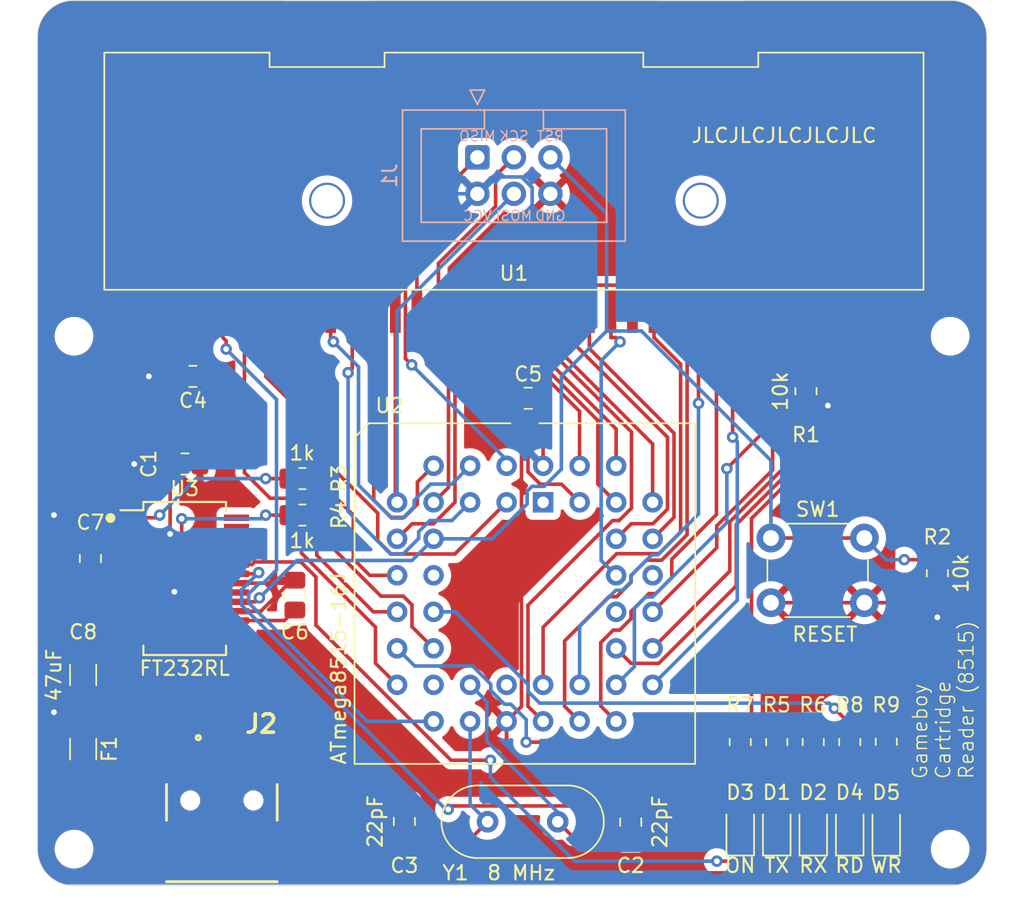
<source format=kicad_pcb>
(kicad_pcb (version 20221018) (generator pcbnew)
  (layers (0 "F.Cu" signal) (31 "B.Cu" signal) (34 "B.Paste" user) (35 "F.Paste" user) (36 "B.SilkS" user "B.Silkscreen") (37 "F.SilkS" user "F.Silkscreen") (38 "B.Mask" user) (39 "F.Mask" user) (44 "Edge.Cuts" user))
  (net 0 "")
  (net 1 "GND")
  (net 2 "Net-(U2-XTAL1)")
  (net 3 "VCC")
  (net 4 "Net-(U2-XTAL2)")
  (net 5 "USB+")
  (net 6 "USB-")
  (net 7 "RESET")
  (net 8 "Net-(U3-3V3OUT)")
  (net 9 "Net-(D1-A)")
  (net 10 "RST")
  (net 11 "Net-(D1-K)")
  (net 12 "A12")
  (net 13 "A13")
  (net 14 "A14")
  (net 15 "A15")
  (net 16 "AUDIO")
  (net 17 "D7")
  (net 18 "D6")
  (net 19 "D5")
  (net 20 "D4")
  (net 21 "D3")
  (net 22 "D2")
  (net 23 "D1")
  (net 24 "D0")
  (net 25 "WR")
  (net 26 "RD")
  (net 27 "SRAM")
  (net 28 "A11")
  (net 29 "A10")
  (net 30 "A9")
  (net 31 "A8")
  (net 32 "A4")
  (net 33 "A3")
  (net 34 "A2")
  (net 35 "A1")
  (net 36 "A0")
  (net 37 "AVR_RX")
  (net 38 "AVR_TX")
  (net 39 "Net-(D2-A)")
  (net 40 "Net-(D2-K)")
  (net 41 "A5_MOSI")
  (net 42 "A7_SCK")
  (net 43 "A6_MISO")
  (net 44 "Net-(D3-A)")
  (net 45 "Net-(J2-VBUS)")
  (net 48 "Net-(U3-TXD)")
  (net 49 "Net-(U3-RXD)")
  (net 67 "Net-(D4-A)")
  (net 68 "Net-(D5-A)")
  (net 69 "LED_RD")
  (net 70 "LED_WR")
  (footprint "Capacitor_SMD:C_0805_2012Metric_Pad1.18x1.45mm_HandSolder" (layer "F.Cu") (at 40.1105 53.848 180)
    (fp_text reference "C1")
    (fp_text value "0.1uF")
  )
  (footprint "Capacitor_SMD:C_0805_2012Metric_Pad1.18x1.45mm_HandSolder" (layer "F.Cu") (at 71.12 78.7615 -90)
    (fp_text reference "C2")
    (fp_text value "22pF")
  )
  (footprint "Capacitor_SMD:C_0805_2012Metric_Pad1.18x1.45mm_HandSolder" (layer "F.Cu") (at 55.372 78.7185 -90)
    (fp_text reference "C3")
    (fp_text value "22pF")
  )
  (footprint "Capacitor_SMD:C_0805_2012Metric_Pad1.18x1.45mm_HandSolder" (layer "F.Cu") (at 63.9865 49.276)
    (fp_text reference "C5")
    (fp_text value "0.1uF")
  )
  (footprint "Capacitor_SMD:C_0805_2012Metric_Pad1.18x1.45mm_HandSolder" (layer "F.Cu") (at 47.752 62.9705 -90)
    (fp_text reference "C6")
    (fp_text value "0.1uF")
  )
  (footprint "Capacitor_SMD:C_0805_2012Metric_Pad1.18x1.45mm_HandSolder" (layer "F.Cu") (at 33.528 60.4305 -90)
    (fp_text reference "C7")
    (fp_text value "0.1uF")
  )
  (footprint "Capacitor_SMD:C_1206_3216Metric" (layer "F.Cu") (at 33.02 68.531 90)
    (fp_text reference "C8")
    (fp_text value "47uF")
  )
  (footprint "Resistor_SMD:R_1206_3216Metric_Pad1.30x1.75mm_HandSolder" (layer "F.Cu") (at 33.02 73.686 -90)
    (fp_text reference "F1")
    (fp_text value "Fuse")
  )
  (footprint "MountingHole:MountingHole_2.2mm_M2" (layer "F.Cu") (at 93.345 44.958)
    (fp_text reference "H2")
    (fp_text value "MountingHole")
  )
  (footprint "MountingHole:MountingHole_2.2mm_M2" (layer "F.Cu") (at 32.385 80.645)
    (fp_text reference "H3")
    (fp_text value "MountingHole")
  )
  (footprint "MountingHole:MountingHole_2.2mm_M2" (layer "F.Cu") (at 32.385 44.958)
    (fp_text reference "H4")
    (fp_text value "MountingHole")
  )
  (footprint "components:65100516121" (layer "F.Cu") (at 42.672 73.66)
    (fp_text reference "J2")
    (fp_text value "USB_B_Mini" hide)
  )
  (footprint "Resistor_SMD:R_0805_2012Metric_Pad1.20x1.40mm_HandSolder" (layer "F.Cu") (at 92.456 61.452 90)
    (fp_text reference "R2")
    (fp_text value "10k")
  )
  (footprint "Resistor_SMD:R_0805_2012Metric_Pad1.20x1.40mm_HandSolder" (layer "F.Cu") (at 83.312 48.784 90)
    (fp_text reference "R1")
    (fp_text value "10k")
  )
  (footprint "Resistor_SMD:R_0805_2012Metric_Pad1.20x1.40mm_HandSolder" (layer "F.Cu") (at 48.276 54.864 180)
    (fp_text reference "R3")
    (fp_text value "1k")
  )
  (footprint "Resistor_SMD:R_0805_2012Metric_Pad1.20x1.40mm_HandSolder" (layer "F.Cu") (at 48.276 57.404 180)
    (fp_text reference "R4")
    (fp_text value "1k")
  )
  (footprint "Resistor_SMD:R_0805_2012Metric_Pad1.20x1.40mm_HandSolder" (layer "F.Cu") (at 81.28 73.2 -90)
    (fp_text reference "R5")
    (fp_text value "180")
  )
  (footprint "Resistor_SMD:R_0805_2012Metric_Pad1.20x1.40mm_HandSolder" (layer "F.Cu") (at 83.82 73.2 -90)
    (fp_text reference "R6")
    (fp_text value "180")
  )
  (footprint "Button_Switch_THT:SW_PUSH_6mm" (layer "F.Cu") (at 80.876 59)
    (fp_text reference "SW1")
    (fp_text value "RESET")
  )
  (footprint "Package_SO:SSOP-28_5.3x10.2mm_P0.65mm" (layer "F.Cu") (at 40.088 61.815)
    (fp_text reference "U3")
    (fp_text value "FT232RL")
  )
  (footprint "LED_SMD:LED_0805_2012Metric_Pad1.15x1.40mm_HandSolder" (layer "F.Cu") (at 81.28 79.23 90)
    (fp_text reference "D1")
    (fp_text value "TX")
  )
  (footprint "LED_SMD:LED_0805_2012Metric_Pad1.15x1.40mm_HandSolder" (layer "F.Cu") (at 83.82 79.23 90)
    (fp_text reference "D2")
    (fp_text value "RX")
  )
  (footprint "MountingHole:MountingHole_2.2mm_M2" (layer "F.Cu") (at 93.345 80.645)
    (fp_text reference "H1")
    (fp_text value "MountingHole")
  )
  (footprint "Capacitor_SMD:C_0805_2012Metric_Pad1.18x1.45mm_HandSolder" (layer "F.Cu") (at 40.6615 47.752 180)
    (fp_text reference "C4")
    (fp_text value "0.1uF")
  )
  (footprint "LED_SMD:LED_0805_2012Metric_Pad1.15x1.40mm_HandSolder" (layer "F.Cu") (at 78.74 79.23 90)
    (fp_text reference "D3")
    (fp_text value "ON")
  )
  (footprint "Resistor_SMD:R_0805_2012Metric_Pad1.20x1.40mm_HandSolder" (layer "F.Cu") (at 78.74 73.2 -90)
    (fp_text reference "R7")
    (fp_text value "560")
  )
  (footprint "Crystal:Crystal_HC49-U_Vertical" (layer "F.Cu") (at 61.16 78.74)
    (fp_text reference "Y1")
    (fp_text value "8 MHz")
  )
  (footprint "Package_LCC:PLCC-44_THT-Socket" (layer "F.Cu") (at 65.024 56.515)
    (fp_text reference "U2")
    (fp_text value "ATmega8515-16J")
  )
  (footprint "Resistor_SMD:R_0805_2012Metric_Pad1.20x1.40mm_HandSolder" (layer "F.Cu") (at 86.36 73.2 -90)
    (fp_text reference "R8")
    (fp_text value "180")
  )
  (footprint "gameboy_cartridge_holders:GBA" (layer "F.Cu") (at 62.992 33.528 180)
    (fp_text reference "U1")
    (fp_text value "GameboyCartridgeHolder")
  )
  (footprint "LED_SMD:LED_0805_2012Metric_Pad1.15x1.40mm_HandSolder" (layer "F.Cu") (at 88.9 79.239 90)
    (fp_text reference "D5")
    (fp_text value "WR")
  )
  (footprint "LED_SMD:LED_0805_2012Metric_Pad1.15x1.40mm_HandSolder" (layer "F.Cu") (at 86.36 79.23 90)
    (fp_text reference "D4")
    (fp_text value "RD")
  )
  (footprint "Resistor_SMD:R_0805_2012Metric_Pad1.20x1.40mm_HandSolder" (layer "F.Cu") (at 88.9 73.168 -90)
    (fp_text reference "R9")
    (fp_text value "180")
  )
  (footprint "Connector_IDC:IDC-Header_2x03_P2.54mm_Vertical" (layer "B.Cu") (at 60.452 32.512 -90)
    (fp_text reference "J1")
    (fp_text value "AVR-ISP-6")
  )
  (gr_circle (center 34.925 57.6072) (end 35.208981 57.6072) (stroke (width 0.12)) (fill solid) (layer "F.SilkS"))
  (gr_line (start 32.385 83.185) (end 93.345 83.185) (stroke (width 0.05)) (layer "Edge.Cuts"))
  (gr_line (start 95.885 80.645) (end 95.885 24.765) (stroke (width 0.05)) (layer "Edge.Cuts"))
  (gr_line (start 93.345 21.59) (end 32.385 21.59) (stroke (width 0.05)) (layer "Edge.Cuts"))
  (gr_line (start 29.845 24.13) (end 29.845 80.01) (stroke (width 0.05)) (layer "Edge.Cuts"))
  (gr_line (start 29.845 80.645) (end 29.845 80.01) (stroke (width 0.05)) (layer "Edge.Cuts"))
  (gr_line (start 95.885 24.765) (end 95.885 24.13) (stroke (width 0.05)) (layer "Edge.Cuts"))
  (gr_arc (start 93.345 21.59) (mid 95.141051 22.333949) (end 95.885 24.13) (stroke (width 0.05)) (layer "Edge.Cuts"))
  (gr_arc (start 95.885 80.645) (mid 95.141051 82.441051) (end 93.345 83.185) (stroke (width 0.05)) (layer "Edge.Cuts"))
  (gr_arc (start 29.845 24.13) (mid 30.588949 22.333949) (end 32.385 21.59) (stroke (width 0.05)) (layer "Edge.Cuts"))
  (gr_arc (start 32.385 83.185) (mid 30.588949 82.441051) (end 29.845 80.645) (stroke (width 0.05)) (layer "Edge.Cuts"))
  (gr_text "VCC" (at 60.452 36.9824) (layer "B.SilkS") (effects (font (size 0.7 0.7) (thickness 0.1)) (justify bottom mirror)))
  (gr_text "RST" (at 65.532 31.4452) (layer "B.SilkS") (effects (font (size 0.7 0.7) (thickness 0.1)) (justify bottom mirror)))
  (gr_text "GND" (at 65.532 36.9824) (layer "B.SilkS") (effects (font (size 0.7 0.7) (thickness 0.1)) (justify bottom mirror)))
  (gr_text "MISO" (at 60.452 31.4452) (layer "B.SilkS") (effects (font (size 0.7 0.7) (thickness 0.1)) (justify bottom mirror)))
  (gr_text "SCK" (at 62.992 31.4452) (layer "B.SilkS") (effects (font (size 0.7 0.7) (thickness 0.1)) (justify bottom mirror)))
  (gr_text "MOSI" (at 62.992 36.9824) (layer "B.SilkS") (effects (font (size 0.7 0.7) (thickness 0.1)) (justify bottom mirror)))
  (gr_text "Gameboy\nCartridge\nReader (8515)" (at 92.8624 75.8444 90) (layer "F.SilkS") (effects (font (size 1 1) (thickness 0.1)) (justify left)))
  (gr_text "JLCJLCJLCJLCJLC" (at 81.788 30.988) (layer "F.SilkS") (effects (font (size 1 1))))
  (segment (start 41.699 45.763) (end 41.699 47.752) (width 0.25) (layer "F.Cu") (net 1))
  (segment (start 55.372 77.681) (end 55.372 76.708) (width 0.25) (layer "F.Cu") (net 1))
  (segment (start 35.56 39.116) (end 35.56 51.308) (width 0.25) (layer "F.Cu") (net 1))
  (segment (start 39.116 77.724) (end 41.148 79.756) (width 0.25) (layer "F.Cu") (net 1))
  (segment (start 47.541 61.933) (end 47.752 61.933) (width 0.25) (layer "F.Cu") (net 1))
  (segment (start 33.02 61.468) (end 33.528 61.468) (width 0.25) (layer "F.Cu") (net 1))
  (segment (start 63.5202 49.8472) (end 63.5202 70.7188) (width 0.25) (layer "F.Cu") (net 1))
  (segment (start 41.364 58.89) (end 41.148 58.674) (width 0.25) (layer "F.Cu") (net 1))
  (segment (start 41.242 33.434) (end 41.242 43.228) (width 0.25) (layer "F.Cu") (net 1))
  (segment (start 76.7678 80.255) (end 78.74 80.255) (width 0.25) (layer "F.Cu") (net 1))
  (segment (start 85.5472 82.296) (end 85.852 82.296) (width 0.25) (layer "F.Cu") (net 1))
  (segment (start 41.148 61.3904) (end 37.7879 61.3904) (width 0.25) (layer "F.Cu") (net 1))
  (segment (start 41.148 61.468) (end 41.82 62.14) (width 0.25) (layer "F.Cu") (net 1))
  (segment (start 41.148 58.674) (end 41.148 59.436) (width 0.25) (layer "F.Cu") (net 1))
  (segment (start 89.408 63.5) (end 89.408 50.8) (width 0.25) (layer "F.Cu") (net 1))
  (segment (start 90.424 77.216) (end 92.964 74.676) (width 0.25) (layer "F.Cu") (net 1))
  (segment (start 54.356 25.908) (end 53.34 26.924) (width 0.25) (layer "F.Cu") (net 1))
  (segment (start 55.372 76.708) (end 55.88 76.2) (width 0.25) (layer "F.Cu") (net 1))
  (segment (start 82.296 24.892) (end 79.248 27.94) (width 0.25) (layer "F.Cu") (net 1))
  (segment (start 44.272 76.16) (end 44.272 74.66) (width 0.25) (layer "F.Cu") (net 1))
  (segment (start 62.484 75.692) (end 62.484 74.676) (width 0.25) (layer "F.Cu") (net 1))
  (segment (start 62.484 74.676) (end 62.484 71.755) (width 0.25) (layer "F.Cu") (net 1))
  (segment (start 43.688 79.756) (end 43.688 76.744) (width 0.25) (layer "F.Cu") (net 1))
  (segment (start 50.757 77.681) (end 55.372 77.681) (width 0.25) (layer "F.Cu") (net 1))
  (segment (start 74.7268 82.296) (end 76.7678 80.255) (width 0.25) (layer "F.Cu") (net 1))
  (segment (start 68.58 25.908) (end 68.58 32.004) (width 0.25) (layer "F.Cu") (net 1))
  (segment (start 49.276 76.2) (end 50.757 77.681) (width 0.25) (layer "F.Cu") (net 1))
  (segment (start 33.528 61.468) (end 36.466 61.468) (width 0.25) (layer "F.Cu") (net 1))
  (segment (start 41.148 59.436) (end 41.148 61.3904) (width 0.25) (layer "F.Cu") (net 1))
  (segment (start 92.456 24.892) (end 82.296 24.892) (width 0.25) (layer "F.Cu") (net 1))
  (segment (start 30.263 58.711) (end 30.263 64.299) (width 0.25) (layer "F.Cu") (net 1))
  (segment (start 85.852 82.296) (end 86.36 81.788) (width 0.25) (layer "F.Cu") (net 1))
  (segment (start 43.688 59.54) (end 41.252 59.54) (width 0.25) (layer "F.Cu") (net 1))
  (segment (start 43.688 58.89) (end 41.364 58.89) (width 0.25) (layer "F.Cu") (net 1))
  (segment (start 92.964 74.676) (end 92.964 67.056) (width 0.25) (layer "F.Cu") (net 1))
  (segment (start 36.488 61.49) (end 37.6883 61.49) (width 0.25) (layer "F.Cu") (net 1))
  (segment (start 44.704 72.136) (end 48.26 72.136) (width 0.25) (layer "F.Cu") (net 1))
  (segment (start 73.152 27.94) (end 71.12 25.908) (width 0.25) (layer "F.Cu") (net 1))
  (segment (start 30.263 64.299) (end 30.263 74.967) (width 0.25) (layer "F.Cu") (net 1))
  (segment (start 70.104 76.708) (end 63.5 76.708) (width 0.25) (layer "F.Cu") (net 1))
  (segment (start 68.58 25.908) (end 54.356 25.908) (width 0.25) (layer "F.Cu") (net 1))
  (segment (start 90.424 81.28) (end 90.424 77.216) (width 0.25) (layer "F.Cu") (net 1))
  (segment (start 30.263 58.711) (end 33.02 61.468) (width 0.25) (layer "F.Cu") (net 1))
  (segment (start 30.263 64.299) (end 33.02 67.056) (width 0.25) (layer "F.Cu") (net 1))
  (segment (start 53.34 26.924) (end 47.752 26.924) (width 0.25) (layer "F.Cu") (net 1))
  (segment (start 41.148 61.3904) (end 41.148 61.468) (width 0.25) (layer "F.Cu") (net 1))
  (segment (start 41.242 45.306) (end 41.699 45.763) (width 0.25) (layer "F.Cu") (net 1))
  (segment (start 47.752 26.924) (end 41.242 33.434) (width 0.25) (layer "F.Cu") (net 1))
  (segment (start 37.084 77.724) (end 39.116 77.724) (width 0.25) (layer "F.Cu") (net 1))
  (segment (start 92.964 67.056) (end 89.408 63.5) (width 0.25) (layer "F.Cu") (net 1))
  (segment (start 41.252 59.54) (end 41.148 59.436) (width 0.25) (layer "F.Cu") (net 1))
  (segment (start 60.96 76.2) (end 62.484 74.676) (width 0.25) (layer "F.Cu") (net 1))
  (segment (start 47.752 61.933) (end 47.545 62.14) (width 0.25) (layer "F.Cu") (net 1))
  (segment (start 45.384 64.09) (end 47.541 61.933) (width 0.25) (layer "F.Cu") (net 1))
  (segment (start 63.5202 70.7188) (end 62.484 71.755) (width 0.25) (layer "F.Cu") (net 1))
  (segment (start 71.12 25.908) (end 68.58 25.908) (width 0.25) (layer "F.Cu") (net 1))
  (segment (start 71.12 77.724) (end 70.104 76.708) (width 0.25) (layer "F.Cu") (net 1))
  (segment (start 43.688 64.09) (end 45.384 64.09) (width 0.25) (layer "F.Cu") (net 1))
  (segment (start 30.263 74.967) (end 32.512 77.216) (width 0.25) (layer "F.Cu") (net 1))
  (segment (start 30.263 56.605) (end 30.263 58.711) (width 0.25) (layer "F.Cu") (net 1))
  (segment (start 36.576 77.216) (end 37.084 77.724) (width 0.25) (layer "F.Cu") (net 1))
  (segment (start 86.242 47.634) (end 86.242 43.228) (width 0.25) (layer "F.Cu") (net 1))
  (segment (start 88.392 82.296) (end 89.408 82.296) (width 0.25) (layer "F.Cu") (net 1))
  (segment (start 88.9 81.788) (end 88.9 80.264) (width 0.25) (layer "F.Cu") (net 1))
  (segment (start 41.82 62.14) (end 43.688 62.14) (width 0.25) (layer "F.Cu") (net 1))
  (segment (start 49.276 73.152) (end 49.276 76.2) (width 0.25) (layer "F.Cu") (net 1))
  (segment (start 41.242 33.434) (end 35.56 39.116) (width 0.25) (layer "F.Cu") (net 1))
  (segment (start 41.148 79.756) (end 43.688 79.756) (width 0.25) (layer "F.Cu") (net 1))
  (segment (start 44.272 74.66) (end 44.272 72.568) (width 0.25) (layer "F.Cu") (net 1))
  (segment (start 43.688 76.744) (end 44.272 76.16) (width 0.25) (layer "F.Cu") (net 1))
  (segment (start 86.36 81.788) (end 86.36 80.255) (width 0.25) (layer "F.Cu") (net 1))
  (segment (start 88.392 82.296) (end 88.9 81.788) (width 0.25) (layer "F.Cu") (net 1))
  (segment (start 41.148 53.848) (end 41.148 58.674) (width 0.25) (layer "F.Cu") (net 1))
  (segment (start 63.5 76.708) (end 62.484 75.692) (width 0.25) (layer "F.Cu") (net 1))
  (segment (start 37.7879 61.3904) (end 37.6883 61.49) (width 0.25) (layer "F.Cu") (net 1))
  (segment (start 55.372 82.296) (end 74.7268 82.296) (width 0.25) (layer "F.Cu") (net 1))
  (segment (start 68.58 32.004) (end 65.532 35.052) (width 0.25) (layer "F.Cu") (net 1))
  (segment (start 87.376 63.5) (end 80.876 63.5) (width 0.25) (layer "F.Cu") (net 1))
  (segment (start 88.392 82.296) (end 85.5472 82.296) (width 0.25) (layer "F.Cu") (net 1))
  (segment (start 62.484 74.676) (end 62.484 71.755) (width 0.25) (layer "F.Cu") (net 1))
  (segment (start 89.408 63.5) (end 87.376 63.5) (width 0.25) (layer "F.Cu") (net 1))
  (segment (start 89.408 50.8) (end 89.408 42.164) (width 0.25) (layer "F.Cu") (net 1))
  (segment (start 32.512 77.216) (end 36.576 77.216) (width 0.25) (layer "F.Cu") (net 1))
  (segment (start 44.272 72.568) (end 44.704 72.136) (width 0.25) (layer "F.Cu") (net 1))
  (segment (start 47.545 62.14) (end 43.688 62.14) (width 0.25) (layer "F.Cu") (net 1))
  (segment (start 89.408 42.164) (end 92.456 39.116) (width 0.25) (layer "F.Cu") (net 1))
  (segment (start 36.466 61.468) (end 36.488 61.49) (width 0.25) (layer "F.Cu") (net 1))
  (segment (start 62.949 49.276) (end 63.5202 49.8472) (width 0.25) (layer "F.Cu") (net 1))
  (segment (start 35.56 51.308) (end 30.263 56.605) (width 0.25) (layer "F.Cu") (net 1))
  (segment (start 89.408 50.8) (end 86.242 47.634) (width 0.25) (layer "F.Cu") (net 1))
  (segment (start 79.248 27.94) (end 73.152 27.94) (width 0.25) (layer "F.Cu") (net 1))
  (segment (start 89.408 82.296) (end 90.424 81.28) (width 0.25) (layer "F.Cu") (net 1))
  (segment (start 48.26 72.136) (end 49.276 73.152) (width 0.25) (layer "F.Cu") (net 1))
  (segment (start 55.88 76.2) (end 60.96 76.2) (width 0.25) (layer "F.Cu") (net 1))
  (segment (start 41.242 43.228) (end 41.242 45.306) (width 0.25) (layer "F.Cu") (net 1))
  (segment (start 74.7268 82.296) (end 85.5472 82.296) (width 0.25) (layer "F.Cu") (net 1))
  (segment (start 50.757 77.681) (end 55.372 82.296) (width 0.25) (layer "F.Cu") (net 1))
  (segment (start 92.456 39.116) (end 92.456 24.892) (width 0.25) (layer "F.Cu") (net 1))
  (segment (start 66.04 78.74) (end 67.099 79.799) (width 0.25) (layer "F.Cu") (net 2))
  (segment (start 67.099 79.799) (end 71.12 79.799) (width 0.25) (layer "F.Cu") (net 2))
  (segment (start 61.105 70.376) (end 61.105 73.1398) (width 0.25) (layer "B.Cu") (net 2))
  (segment (start 59.944 69.215) (end 61.105 70.376) (width 0.25) (layer "B.Cu") (net 2))
  (segment (start 61.105 73.1398) (end 66.04 78.0748) (width 0.25) (layer "B.Cu") (net 2))
  (segment (start 66.04 78.0748) (end 66.04 78.74) (width 0.25) (layer "B.Cu") (net 2))
  (segment (start 33.528 59.393) (end 33.675 59.54) (width 0.25) (layer "F.Cu") (net 3))
  (segment (start 84.836 49.784) (end 84.074 49.784) (width 0.25) (layer "F.Cu") (net 3))
  (segment (start 65.024 49.276) (end 65.024 53.975) (width 0.25) (layer "F.Cu") (net 3))
  (segment (start 79.5246 57.6402) (end 79.5246 72.2) (width 0.25) (layer "F.Cu") (net 3))
  (segment (start 33.02 70.006) (end 31.594 70.006) (width 0.25) (layer "F.Cu") (net 3))
  (segment (start 39.422 62.79) (end 39.37 62.738) (width 0.25) (layer "F.Cu") (net 3))
  (segment (start 30.988 70.612) (end 30.988 71.12) (width 0.25) (layer "F.Cu") (net 3))
  (segment (start 33.675 59.54) (end 36.488 59.54) (width 0.25) (layer "F.Cu") (net 3))
  (segment (start 39.073 53.848) (end 39.073 58.717) (width 0.25) (layer "F.Cu") (net 3))
  (segment (start 31.594 70.006) (end 30.988 70.612) (width 0.25) (layer "F.Cu") (net 3))
  (segment (start 38.25 59.54) (end 36.488 59.54) (width 0.25) (layer "F.Cu") (net 3))
  (segment (start 81.28 72.2) (end 79.5246 72.2) (width 0.25) (layer "F.Cu") (net 3))
  (segment (start 39.073 58.717) (end 38.25 59.54) (width 0.25) (layer "F.Cu") (net 3))
  (segment (start 36.576 53.848) (end 39.073 53.848) (width 0.25) (layer "F.Cu") (net 3))
  (segment (start 84.074 53.0908) (end 79.5246 57.6402) (width 0.25) (layer "F.Cu") (net 3))
  (segment (start 33.02 72.136) (end 33.02 70.006) (width 0.25) (layer "F.Cu") (net 3))
  (segment (start 30.988 57.404) (end 33.02 57.404) (width 0.25) (layer "F.Cu") (net 3))
  (segment (start 39.742 47.634) (end 39.624 47.752) (width 0.25) (layer "F.Cu") (net 3))
  (segment (start 39.742 43.228) (end 39.742 47.634) (width 0.25) (layer "F.Cu") (net 3))
  (segment (start 37.592 47.752) (end 39.624 47.752) (width 0.25) (layer "F.Cu") (net 3))
  (segment (start 84.074 49.784) (end 84.074 53.0908) (width 0.25) (layer "F.Cu") (net 3))
  (segment (start 43.688 62.79) (end 39.422 62.79) (width 0.25) (layer "F.Cu") (net 3))
  (segment (start 33.02 57.404) (end 33.528 57.912) (width 0.25) (layer "F.Cu") (net 3))
  (segment (start 33.528 57.912) (end 33.528 59.393) (width 0.25) (layer "F.Cu") (net 3))
  (segment (start 79.5246 72.2) (end 78.74 72.2) (width 0.25) (layer "F.Cu") (net 3))
  (segment (start 83.82 72.2) (end 81.28 72.2) (width 0.25) (layer "F.Cu") (net 3))
  (segment (start 84.074 49.784) (end 83.312 49.784) (width 0.25) (layer "F.Cu") (net 3))
  (segment (start 92.456 64.516) (end 92.456 62.452) (width 0.25) (layer "F.Cu") (net 3))
  (via (at 30.988 71.12) (size 0.8) (drill 0.4) (layers "F.Cu" "B.Cu") (net 3))
  (via (at 39.37 62.738) (size 0.8) (drill 0.4) (layers "F.Cu" "B.Cu") (net 3))
  (via (at 37.592 47.752) (size 0.8) (drill 0.4) (layers "F.Cu" "B.Cu") (net 3))
  (via (at 92.456 64.516) (size 0.8) (drill 0.4) (layers "F.Cu" "B.Cu") (net 3))
  (via (at 84.836 49.784) (size 0.8) (drill 0.4) (layers "F.Cu" "B.Cu") (net 3))
  (via (at 36.576 53.848) (size 0.8) (drill 0.4) (layers "F.Cu" "B.Cu") (net 3))
  (via (at 39.073 58.717) (size 0.8) (drill 0.4) (layers "F.Cu" "B.Cu") (net 3))
  (via (at 30.988 57.404) (size 0.8) (drill 0.4) (layers "F.Cu" "B.Cu") (net 3))
  (segment (start 30.988 54.864) (end 30.988 52.832) (width 0.25) (layer "B.Cu") (net 3))
  (segment (start 30.988 71.12) (end 30.988 57.404) (width 0.25) (layer "B.Cu") (net 3))
  (segment (start 88.9 47.244) (end 91.44 49.784) (width 0.25) (layer "B.Cu") (net 3))
  (segment (start 92.964 38.608) (end 88.9 42.672) (width 0.25) (layer "B.Cu") (net 3))
  (segment (start 58.928 35.052) (end 56.388 32.512) (width 0.25) (layer "B.Cu") (net 3))
  (segment (start 63.5176 33.8766) (end 64.262 34.621) (width 0.25) (layer "B.Cu") (net 3))
  (segment (start 36.068 47.752) (end 37.592 47.752) (width 0.25) (layer "B.Cu") (net 3))
  (segment (start 30.988 52.832) (end 36.068 47.752) (width 0.25) (layer "B.Cu") (net 3))
  (segment (start 38.608 23.368) (end 56.388 23.368) (width 0.25) (layer "B.Cu") (net 3))
  (segment (start 64.262 34.621) (end 64.262 53.213) (width 0.25) (layer "B.Cu") (net 3))
  (segment (start 56.388 32.512) (end 56.388 23.368) (width 0.25) (layer "B.Cu") (net 3))
  (segment (start 91.44 49.784) (end 84.836 49.784) (width 0.25) (layer "B.Cu") (net 3))
  (segment (start 61.6274 33.8766) (end 63.5176 33.8766) (width 0.25) (layer "B.Cu") (net 3))
  (segment (start 91.44 49.784) (end 94.996 53.34) (width 0.25) (layer "B.Cu") (net 3))
  (segment (start 36.068 47.752) (end 36.068 25.908) (width 0.25) (layer "B.Cu") (net 3))
  (segment (start 94.996 53.34) (end 94.996 64.008) (width 0.25) (layer "B.Cu") (net 3))
  (segment (start 92.964 25.4) (end 92.964 38.608) (width 0.25) (layer "B.Cu") (net 3))
  (segment (start 60.452 35.052) (end 58.928 35.052) (width 0.25) (layer "B.Cu") (net 3))
  (segment (start 39.37 62.738) (end 39.37 59.014) (width 0.25) (layer "B.Cu") (net 3))
  (segment (start 60.452 35.052) (end 61.6274 33.8766) (width 0.25) (layer "B.Cu") (net 3))
  (segment (start 64.262 53.213) (end 65.024 53.975) (width 0.25) (layer "B.Cu") (net 3))
  (segment (start 36.068 25.908) (end 38.608 23.368) (width 0.25) (layer "B.Cu") (net 3))
  (segment (start 30.988 54.864) (end 32.004 53.848) (width 0.25) (layer "B.Cu") (net 3))
  (segment (start 32.004 53.848) (end 36.576 53.848) (width 0.25) (layer "B.Cu") (net 3))
  (segment (start 30.988 57.404) (end 30.988 54.864) (width 0.25) (layer "B.Cu") (net 3))
  (segment (start 88.9 42.672) (end 88.9 47.244) (width 0.25) (layer "B.Cu") (net 3))
  (segment (start 90.932 23.368) (end 92.964 25.4) (width 0.25) (layer "B.Cu") (net 3))
  (segment (start 94.996 64.008) (end 94.488 64.516) (width 0.25) (layer "B.Cu") (net 3))
  (segment (start 94.488 64.516) (end 92.456 64.516) (width 0.25) (layer "B.Cu") (net 3))
  (segment (start 39.37 59.014) (end 39.073 58.717) (width 0.25) (layer "B.Cu") (net 3))
  (segment (start 56.388 23.368) (end 90.932 23.368) (width 0.25) (layer "B.Cu") (net 3))
  (segment (start 60.144 79.756) (end 61.16 78.74) (width 0.25) (layer "F.Cu") (net 4))
  (segment (start 55.372 79.756) (end 60.144 79.756) (width 0.25) (layer "F.Cu") (net 4))
  (segment (start 59.944 77.524) (end 59.944 71.755) (width 0.25) (layer "B.Cu") (net 4))
  (segment (start 61.16 78.74) (end 59.944 77.524) (width 0.25) (layer "B.Cu") (net 4))
  (segment (start 39.849 66.3161) (end 40.2251 65.94) (width 0.2) (layer "F.Cu") (net 5))
  (segment (start 41.4123 68.5669) (end 41.3908 68.5884) (width 0.2) (layer "F.Cu") (net 5))
  (segment (start 41.8366 68.5669) (end 41.4123 68.5669) (width 0.2) (layer "F.Cu") (net 5))
  (segment (start 40.9666 68.5884) (end 39.849 67.4708) (width 0.2) (layer "F.Cu") (net 5))
  (segment (start 41.8366 68.9912) (end 41.8366 68.5669) (width 0.2) (layer "F.Cu") (net 5))
  (segment (start 42.672 74.66) (end 42.672 72.785) (width 0.2) (layer "F.Cu") (net 5))
  (segment (start 41.8151 69.4369) (end 41.8151 69.0126) (width 0.2) (layer "F.Cu") (net 5))
  (segment (start 40.2251 65.94) (end 42.2755 65.94) (width 0.2) (layer "F.Cu") (net 5))
  (segment (start 42.3755 66.04) (end 43.688 66.04) (width 0.2) (layer "F.Cu") (net 5))
  (segment (start 39.849 67.4708) (end 39.849 66.3161) (width 0.2) (layer "F.Cu") (net 5))
  (segment (start 42.497 72.61) (end 42.497 70.1188) (width 0.2) (layer "F.Cu") (net 5))
  (segment (start 42.672 72.785) (end 42.497 72.61) (width 0.2) (layer "F.Cu") (net 5))
  (segment (start 42.2755 65.94) (end 42.3755 66.04) (width 0.2) (layer "F.Cu") (net 5))
  (segment (start 41.8151 69.0126) (end 41.8366 68.9912) (width 0.2) (layer "F.Cu") (net 5))
  (segment (start 42.497 70.1188) (end 41.8151 69.4369) (width 0.2) (layer "F.Cu") (net 5))
  (segment (start 41.3908 68.5884) (end 40.9666 68.5884) (width 0.2) (layer "F.Cu") (net 5))
  (segment (start 39.399 67.6572) (end 42.047 70.3052) (width 0.2) (layer "F.Cu") (net 6))
  (segment (start 43.688 65.39) (end 42.3755 65.39) (width 0.2) (layer "F.Cu") (net 6))
  (segment (start 42.3755 65.39) (end 42.2755 65.49) (width 0.2) (layer "F.Cu") (net 6))
  (segment (start 42.2755 65.49) (end 40.0387 65.49) (width 0.2) (layer "F.Cu") (net 6))
  (segment (start 41.872 72.785) (end 41.872 74.66) (width 0.2) (layer "F.Cu") (net 6))
  (segment (start 42.047 72.61) (end 41.872 72.785) (width 0.2) (layer "F.Cu") (net 6))
  (segment (start 40.0387 65.49) (end 39.399 66.1297) (width 0.2) (layer "F.Cu") (net 6))
  (segment (start 39.399 66.1297) (end 39.399 67.6572) (width 0.2) (layer "F.Cu") (net 6))
  (segment (start 42.047 70.3052) (end 42.047 72.61) (width 0.2) (layer "F.Cu") (net 6))
  (segment (start 92.3992 60.5088) (end 90.1529 60.5088) (width 0.25) (layer "F.Cu") (net 7))
  (segment (start 45.0069 63.44) (end 43.688 63.44) (width 0.25) (layer "F.Cu") (net 7))
  (segment (start 80.876 59) (end 87.376 59) (width 0.25) (layer "F.Cu") (net 7))
  (segment (start 92.456 60.452) (end 92.3992 60.5088) (width 0.25) (layer "F.Cu") (net 7))
  (segment (start 45.2842 63.1627) (end 45.0069 63.44) (width 0.25) (layer "F.Cu") (net 7))
  (via (at 45.2842 63.1627) (size 0.8) (drill 0.4) (layers "F.Cu" "B.Cu") (net 7))
  (via (at 90.1529 60.5088) (size 0.8) (drill 0.4) (layers "F.Cu" "B.Cu") (net 7))
  (segment (start 61.485 59.055) (end 57.404 59.055) (width 0.25) (layer "B.Cu") (net 7))
  (segment (start 80.876 53.607) (end 71.8631 44.5941) (width 0.25) (layer "B.Cu") (net 7))
  (segment (start 65.532 32.512) (end 69.4414 36.4214) (width 0.25) (layer "B.Cu") (net 7))
  (segment (start 65.1018 55.4043) (end 64.2468 55.4043) (width 0.25) (layer "B.Cu") (net 7))
  (segment (start 71.8631 44.5941) (end 69.4414 44.5941) (width 0.25) (layer "B.Cu") (net 7))
  (segment (start 63.9133 55.7378) (end 63.9133 56.6267) (width 0.25) (layer "B.Cu") (net 7))
  (segment (start 69.4414 44.5941) (end 66.294 47.7415) (width 0.25) (layer "B.Cu") (net 7))
  (segment (start 57.404 59.055) (end 55.9006 60.5584) (width 0.25) (layer "B.Cu") (net 7))
  (segment (start 64.2468 55.4043) (end 63.9133 55.7378) (width 0.25) (layer "B.Cu") (net 7))
  (segment (start 66.294 47.7415) (end 66.294 54.2121) (width 0.25) (layer "B.Cu") (net 7))
  (segment (start 66.294 54.2121) (end 65.1018 55.4043) (width 0.25) (layer "B.Cu") (net 7))
  (segment (start 69.4414 36.4214) (end 69.4414 44.5941) (width 0.25) (layer "B.Cu") (net 7))
  (segment (start 47.8885 60.5584) (end 45.2842 63.1627) (width 0.25) (layer "B.Cu") (net 7))
  (segment (start 87.376 59) (end 88.8848 60.5088) (width 0.25) (layer "B.Cu") (net 7))
  (segment (start 63.9133 56.6267) (end 61.485 59.055) (width 0.25) (layer "B.Cu") (net 7))
  (segment (start 80.876 59) (end 80.876 53.607) (width 0.25) (layer "B.Cu") (net 7))
  (segment (start 55.9006 60.5584) (end 47.8885 60.5584) (width 0.25) (layer "B.Cu") (net 7))
  (segment (start 88.8848 60.5088) (end 90.1529 60.5088) (width 0.25) (layer "B.Cu") (net 7))
  (segment (start 47.752 64.008) (end 47.02 64.74) (width 0.25) (layer "F.Cu") (net 8))
  (segment (start 47.02 64.74) (end 43.688 64.74) (width 0.25) (layer "F.Cu") (net 8))
  (segment (start 81.28 74.2) (end 81.28 78.205) (width 0.25) (layer "F.Cu") (net 9))
  (segment (start 73.0706 67.7167) (end 71.1457 67.7167) (width 0.25) (layer "F.Cu") (net 10))
  (segment (start 82.2856 48.8104) (end 82.2856 54.2423) (width 0.25) (layer "F.Cu") (net 10))
  (segment (start 83.242 47.714) (end 83.242 43.228) (width 0.25) (layer "F.Cu") (net 10))
  (segment (start 82.2856 54.2423) (end 78.4647 58.0632) (width 0.25) (layer "F.Cu") (net 10))
  (segment (start 78.4647 62.3226) (end 73.0706 67.7167) (width 0.25) (layer "F.Cu") (net 10))
  (segment (start 83.312 47.784) (end 82.2856 48.8104) (width 0.25) (layer "F.Cu") (net 10))
  (segment (start 71.1457 67.7167) (end 70.104 66.675) (width 0.25) (layer "F.Cu") (net 10))
  (segment (start 83.312 47.784) (end 83.242 47.714) (width 0.25) (layer "F.Cu") (net 10))
  (segment (start 78.4647 58.0632) (end 78.4647 62.3226) (width 0.25) (layer "F.Cu") (net 10))
  (segment (start 80.0518 81.4832) (end 77.1144 81.4832) (width 0.25) (layer "F.Cu") (net 11))
  (segment (start 48.1707 60.664) (end 44.9485 60.664) (width 0.25) (layer "F.Cu") (net 11))
  (segment (start 58.6166 74.4589) (end 49.2191 65.0614) (width 0.25) (layer "F.Cu") (net 11))
  (segment (start 49.2191 65.0614) (end 49.2191 61.7124) (width 0.25) (layer "F.Cu") (net 11))
  (segment (start 49.2191 61.7124) (end 48.1707 60.664) (width 0.25) (layer "F.Cu") (net 11))
  (segment (start 44.9485 60.664) (end 44.7725 60.84) (width 0.25) (layer "F.Cu") (net 11))
  (segment (start 44.7725 60.84) (end 43.688 60.84) (width 0.25) (layer "F.Cu") (net 11))
  (segment (start 61.3577 74.4589) (end 58.6166 74.4589) (width 0.25) (layer "F.Cu") (net 11))
  (segment (start 81.28 80.255) (end 80.0518 81.4832) (width 0.25) (layer "F.Cu") (net 11))
  (via (at 77.1144 81.4832) (size 0.8) (drill 0.4) (layers "F.Cu" "B.Cu") (net 11))
  (via (at 61.3577 74.4589) (size 0.8) (drill 0.4) (layers "F.Cu" "B.Cu") (net 11))
  (segment (start 61.3577 75.6259) (end 61.3577 74.4589) (width 0.25) (layer "B.Cu") (net 11))
  (segment (start 67.215 81.4832) (end 61.3577 75.6259) (width 0.25) (layer "B.Cu") (net 11))
  (segment (start 77.1144 81.4832) (end 67.215 81.4832) (width 0.25) (layer "B.Cu") (net 11))
  (segment (start 72.644 56.515) (end 72.644 52.4553) (width 0.25) (layer "F.Cu") (net 12))
  (segment (start 72.644 52.4553) (end 65.242 45.0533) (width 0.25) (layer "F.Cu") (net 12))
  (segment (start 65.242 43.228) (end 65.242 45.0533) (width 0.25) (layer "F.Cu") (net 12))
  (segment (start 72.662 58.0101) (end 71.1489 58.0101) (width 0.25) (layer "F.Cu") (net 13))
  (segment (start 73.6821 51.9934) (end 73.6821 56.99) (width 0.25) (layer "F.Cu") (net 13))
  (segment (start 66.742 45.0533) (end 73.6821 51.9934) (width 0.25) (layer "F.Cu") (net 13))
  (segment (start 73.6821 56.99) (end 72.662 58.0101) (width 0.25) (layer "F.Cu") (net 13))
  (segment (start 71.1489 58.0101) (end 70.104 59.055) (width 0.25) (layer "F.Cu") (net 13))
  (segment (start 66.742 43.228) (end 66.742 45.0533) (width 0.25) (layer "F.Cu") (net 13))
  (segment (start 74.1324 51.7067) (end 74.1324 57.5666) (width 0.25) (layer "F.Cu") (net 14))
  (segment (start 68.242 45.8163) (end 74.1324 51.7067) (width 0.25) (layer "F.Cu") (net 14))
  (segment (start 68.242 43.228) (end 68.242 45.8163) (width 0.25) (layer "F.Cu") (net 14))
  (segment (start 74.1324 57.5666) (end 72.644 59.055) (width 0.25) (layer "F.Cu") (net 14))
  (segment (start 70.0845 45.0533) (end 70.3766 45.3454) (width 0.25) (layer "F.Cu") (net 15))
  (segment (start 69.742 45.0533) (end 70.0845 45.0533) (width 0.25) (layer "F.Cu") (net 15))
  (segment (start 69.742 43.228) (end 69.742 45.0533) (width 0.25) (layer "F.Cu") (net 15))
  (via (at 70.3766 45.3454) (size 0.8) (drill 0.4) (layers "F.Cu" "B.Cu") (net 15))
  (segment (start 69.0629 60.5539) (end 69.0629 46.6591) (width 0.25) (layer "B.Cu") (net 15))
  (segment (start 70.104 61.595) (end 69.0629 60.5539) (width 0.25) (layer "B.Cu") (net 15))
  (segment (start 69.0629 46.6591) (end 70.3766 45.3454) (width 0.25) (layer "B.Cu") (net 15))
  (segment (start 80.9921 54.262) (end 77.1062 58.1479) (width 0.25) (layer "F.Cu") (net 16))
  (segment (start 77.1062 58.1479) (end 77.1062 59.6728) (width 0.25) (layer "F.Cu") (net 16))
  (segment (start 80.9921 41.6263) (end 80.9921 54.262) (width 0.25) (layer "F.Cu") (net 16))
  (segment (start 81.2157 41.4027) (end 80.9921 41.6263) (width 0.25) (layer "F.Cu") (net 16))
  (segment (start 84.742 41.4027) (end 81.2157 41.4027) (width 0.25) (layer "F.Cu") (net 16))
  (segment (start 77.1062 59.6728) (end 72.644 64.135) (width 0.25) (layer "F.Cu") (net 16))
  (segment (start 84.742 43.228) (end 84.742 41.4027) (width 0.25) (layer "F.Cu") (net 16))
  (segment (start 78.0144 61.3046) (end 72.644 66.675) (width 0.25) (layer "F.Cu") (net 17))
  (segment (start 81.742 43.228) (end 81.742 54.149) (width 0.25) (layer "F.Cu") (net 17))
  (segment (start 81.742 54.149) (end 78.0144 57.8766) (width 0.25) (layer "F.Cu") (net 17))
  (segment (start 78.0144 57.8766) (end 78.0144 61.3046) (width 0.25) (layer "F.Cu") (net 17))
  (segment (start 80.242 43.228) (end 80.242 51.7369) (width 0.25) (layer "F.Cu") (net 18))
  (segment (start 80.242 51.7369) (end 77.8094 54.1695) (width 0.25) (layer "F.Cu") (net 18))
  (via (at 77.8094 54.1695) (size 0.8) (drill 0.4) (layers "F.Cu" "B.Cu") (net 18))
  (segment (start 71.374 67.945) (end 70.104 69.215) (width 0.25) (layer "B.Cu") (net 18))
  (segment (start 77.8094 54.1695) (end 77.8094 57.9249) (width 0.25) (layer "B.Cu") (net 18))
  (segment (start 71.374 63.887) (end 71.374 67.945) (width 0.25) (layer "B.Cu") (net 18))
  (segment (start 72.6359 63.0984) (end 72.1626 63.0984) (width 0.25) (layer "B.Cu") (net 18))
  (segment (start 77.8094 57.9249) (end 72.6359 63.0984) (width 0.25) (layer "B.Cu") (net 18))
  (segment (start 72.1626 63.0984) (end 71.374 63.887) (width 0.25) (layer "B.Cu") (net 18))
  (segment (start 78.742 45.0533) (end 78.212 45.5833) (width 0.25) (layer "F.Cu") (net 19))
  (segment (start 78.212 45.5833) (end 78.212 51.9754) (width 0.25) (layer "F.Cu") (net 19))
  (segment (start 78.742 43.228) (end 78.742 45.0533) (width 0.25) (layer "F.Cu") (net 19))
  (via (at 78.212 51.9754) (size 0.8) (drill 0.4) (layers "F.Cu" "B.Cu") (net 19))
  (segment (start 78.5347 63.3243) (end 78.5347 52.2981) (width 0.25) (layer "B.Cu") (net 19))
  (segment (start 78.5347 52.2981) (end 78.212 51.9754) (width 0.25) (layer "B.Cu") (net 19))
  (segment (start 72.644 69.215) (end 78.5347 63.3243) (width 0.25) (layer "B.Cu") (net 19))
  (segment (start 71.1406 64.6189) (end 70.3545 65.405) (width 0.25) (layer "F.Cu") (net 20))
  (segment (start 77.0841 45.2112) (end 77.0841 57.3673) (width 0.25) (layer "F.Cu") (net 20))
  (segment (start 77.242 45.0533) (end 77.0841 45.2112) (width 0.25) (layer "F.Cu") (net 20))
  (segment (start 72.8671 62.865) (end 72.3868 62.865) (width 0.25) (layer "F.Cu") (net 20))
  (segment (start 71.1406 64.1112) (end 71.1406 64.6189) (width 0.25) (layer "F.Cu") (net 20))
  (segment (start 70.3545 65.405) (end 69.9055 65.405) (width 0.25) (layer "F.Cu") (net 20))
  (segment (start 77.242 43.228) (end 77.242 45.0533) (width 0.25) (layer "F.Cu") (net 20))
  (segment (start 72.3868 62.865) (end 71.1406 64.1112) (width 0.25) (layer "F.Cu") (net 20))
  (segment (start 69.9055 65.405) (end 69.0349 66.2756) (width 0.25) (layer "F.Cu") (net 20))
  (segment (start 69.0349 66.2756) (end 69.0349 70.6859) (width 0.25) (layer "F.Cu") (net 20))
  (segment (start 73.978 61.7541) (end 72.8671 62.865) (width 0.25) (layer "F.Cu") (net 20))
  (segment (start 77.0841 57.3673) (end 73.978 60.4734) (width 0.25) (layer "F.Cu") (net 20))
  (segment (start 73.978 60.4734) (end 73.978 61.7541) (width 0.25) (layer "F.Cu") (net 20))
  (segment (start 69.0349 70.6859) (end 70.104 71.755) (width 0.25) (layer "F.Cu") (net 20))
  (segment (start 75.742 43.228) (end 75.742 45.0533) (width 0.25) (layer "F.Cu") (net 21))
  (segment (start 75.742 45.0533) (end 75.8354 45.1467) (width 0.25) (layer "F.Cu") (net 21))
  (segment (start 75.8354 45.1467) (end 75.8354 49.6245) (width 0.25) (layer "F.Cu") (net 21))
  (via (at 75.8354 49.6245) (size 0.8) (drill 0.4) (layers "F.Cu" "B.Cu") (net 21))
  (segment (start 67.564 69.215) (end 67.564 65.1528) (width 0.25) (layer "B.Cu") (net 21))
  (segment (start 67.564 65.1528) (end 70.0852 62.6316) (width 0.25) (layer "B.Cu") (net 21))
  (segment (start 71.1489 61.6042) (end 72.5874 60.1657) (width 0.25) (layer "B.Cu") (net 21))
  (segment (start 70.0852 62.6316) (end 70.5479 62.6316) (width 0.25) (layer "B.Cu") (net 21))
  (segment (start 72.5874 60.1657) (end 73.0056 60.1657) (width 0.25) (layer "B.Cu") (net 21))
  (segment (start 73.0056 60.1657) (end 75.8354 57.3359) (width 0.25) (layer "B.Cu") (net 21))
  (segment (start 70.5479 62.6316) (end 71.1489 62.0306) (width 0.25) (layer "B.Cu") (net 21))
  (segment (start 75.8354 57.3359) (end 75.8354 49.6245) (width 0.25) (layer "B.Cu") (net 21))
  (segment (start 71.1489 62.0306) (end 71.1489 61.6042) (width 0.25) (layer "B.Cu") (net 21))
  (segment (start 71.1406 62.0789) (end 71.1406 61.6053) (width 0.25) (layer "F.Cu") (net 22))
  (segment (start 67.564 71.755) (end 66.5222 70.7132) (width 0.25) (layer "F.Cu") (net 22))
  (segment (start 70.136 63.0835) (end 71.1406 62.0789) (width 0.25) (layer "F.Cu") (net 22))
  (segment (start 66.5222 70.7132) (end 66.5222 66.163) (width 0.25) (layer "F.Cu") (net 22))
  (segment (start 73.2725 60.542) (end 75.0427 58.7718) (width 0.25) (layer "F.Cu") (net 22))
  (segment (start 72.2039 60.542) (end 73.2725 60.542) (width 0.25) (layer "F.Cu") (net 22))
  (segment (start 71.1406 61.6053) (end 72.2039 60.542) (width 0.25) (layer "F.Cu") (net 22))
  (segment (start 69.6017 63.0835) (end 70.136 63.0835) (width 0.25) (layer "F.Cu") (net 22))
  (segment (start 75.0427 58.7718) (end 75.0427 45.854) (width 0.25) (layer "F.Cu") (net 22))
  (segment (start 66.5222 66.163) (end 69.6017 63.0835) (width 0.25) (layer "F.Cu") (net 22))
  (segment (start 75.0427 45.854) (end 74.242 45.0533) (width 0.25) (layer "F.Cu") (net 22))
  (segment (start 74.242 43.228) (end 74.242 45.0533) (width 0.25) (layer "F.Cu") (net 22))
  (segment (start 65.024 65.205) (end 65.024 69.215) (width 0.25) (layer "F.Cu") (net 23))
  (segment (start 73.086 60.0916) (end 70.1374 60.0916) (width 0.25) (layer "F.Cu") (net 23))
  (segment (start 74.5923 58.5853) (end 73.086 60.0916) (width 0.25) (layer "F.Cu") (net 23))
  (segment (start 74.5923 46.9036) (end 74.5923 58.5853) (width 0.25) (layer "F.Cu") (net 23))
  (segment (start 72.742 43.228) (end 72.742 45.0533) (width 0.25) (layer "F.Cu") (net 23))
  (segment (start 70.1374 60.0916) (end 65.024 65.205) (width 0.25) (layer "F.Cu") (net 23))
  (segment (start 72.742 45.0533) (end 74.5923 46.9036) (width 0.25) (layer "F.Cu") (net 23))
  (segment (start 63.9706 63.6742) (end 63.9706 70.7016) (width 0.25) (layer "F.Cu") (net 24))
  (segment (start 71.1756 51.6238) (end 71.1756 56.9193) (width 0.25) (layer "F.Cu") (net 24))
  (segment (start 69.8598 57.785) (end 63.9706 63.6742) (width 0.25) (layer "F.Cu") (net 24))
  (segment (start 64.5143 41.5918) (end 64.5143 44.9625) (width 0.25) (layer "F.Cu") (net 24))
  (segment (start 70.3099 57.785) (end 69.8598 57.785) (width 0.25) (layer "F.Cu") (net 24))
  (segment (start 63.9706 70.7016) (end 65.024 71.755) (width 0.25) (layer "F.Cu") (net 24))
  (segment (start 71.242 43.228) (end 71.242 41.4027) (width 0.25) (layer "F.Cu") (net 24))
  (segment (start 64.7034 41.4027) (end 64.5143 41.5918) (width 0.25) (layer "F.Cu") (net 24))
  (segment (start 71.1756 56.9193) (end 70.3099 57.785) (width 0.25) (layer "F.Cu") (net 24))
  (segment (start 71.242 41.4027) (end 64.7034 41.4027) (width 0.25) (layer "F.Cu") (net 24))
  (segment (start 64.5143 44.9625) (end 71.1756 51.6238) (width 0.25) (layer "F.Cu") (net 24))
  (segment (start 42.9705 45.2818) (end 42.9705 45.8514) (width 0.25) (layer "F.Cu") (net 25))
  (segment (start 42.742 45.0533) (end 42.9705 45.2818) (width 0.25) (layer "F.Cu") (net 25))
  (segment (start 42.742 43.228) (end 42.742 45.0533) (width 0.25) (layer "F.Cu") (net 25))
  (via (at 42.9705 45.8514) (size 0.8) (drill 0.4) (layers "F.Cu" "B.Cu") (net 25))
  (segment (start 52.7893 71.755) (end 57.404 71.755) (width 0.25) (layer "B.Cu") (net 25))
  (segment (start 44.5409 62.8801) (end 44.5409 63.5066) (width 0.25) (layer "B.Cu") (net 25))
  (segment (start 42.9705 45.8514) (end 46.4751 49.356) (width 0.25) (layer "B.Cu") (net 25))
  (segment (start 46.4751 61.2193) (end 45.5625 62.1319) (width 0.25) (layer "B.Cu") (net 25))
  (segment (start 46.4751 49.356) (end 46.4751 61.2193) (width 0.25) (layer "B.Cu") (net 25))
  (segment (start 44.5409 63.5066) (end 52.7893 71.755) (width 0.25) (layer "B.Cu") (net 25))
  (segment (start 45.5625 62.1319) (end 45.2891 62.1319) (width 0.25) (layer "B.Cu") (net 25))
  (segment (start 45.2891 62.1319) (end 44.5409 62.8801) (width 0.25) (layer "B.Cu") (net 25))
  (segment (start 48.2098 60.0508) (end 53.3606 65.2016) (width 0.25) (layer "F.Cu") (net 26))
  (segment (start 46.0323 56.232) (end 47.7471 56.232) (width 0.25) (layer "F.Cu") (net 26))
  (segment (start 48.2098 56.6947) (end 48.2098 60.0508) (width 0.25) (layer "F.Cu") (net 26))
  (segment (start 53.3606 65.2016) (end 53.3606 67.7116) (width 0.25) (layer "F.Cu") (net 26))
  (segment (start 44.242 43.228) (end 44.242 54.4417) (width 0.25) (layer "F.Cu") (net 26))
  (segment (start 47.7471 56.232) (end 48.2098 56.6947) (width 0.25) (layer "F.Cu") (net 26))
  (segment (start 44.242 54.4417) (end 46.0323 56.232) (width 0.25) (layer "F.Cu") (net 26))
  (segment (start 53.3606 67.7116) (end 54.864 69.215) (width 0.25) (layer "F.Cu") (net 26))
  (segment (start 55.9006 63.6511) (end 55.2911 63.0416) (width 0.25) (layer "F.Cu") (net 27))
  (segment (start 45.742 47.773) (end 45.742 43.228) (width 0.25) (layer "F.Cu") (net 27))
  (segment (start 55.2911 63.0416) (end 53.7416 63.0416) (width 0.25) (layer "F.Cu") (net 27))
  (segment (start 50.234 56.7117) (end 49.6563 56.134) (width 0.25) (layer "F.Cu") (net 27))
  (segment (start 57.404 66.675) (end 55.9006 65.1716) (width 0.25) (layer "F.Cu") (net 27))
  (segment (start 48.9212 56.134) (end 48.2024 55.4152) (width 0.25) (layer "F.Cu") (net 27))
  (segment (start 49.6563 56.134) (end 48.9212 56.134) (width 0.25) (layer "F.Cu") (net 27))
  (segment (start 50.234 59.534) (end 50.234 56.7117) (width 0.25) (layer "F.Cu") (net 27))
  (segment (start 48.2024 50.2334) (end 45.742 47.773) (width 0.25) (layer "F.Cu") (net 27))
  (segment (start 48.2024 55.4152) (end 48.2024 50.2334) (width 0.25) (layer "F.Cu") (net 27))
  (segment (start 55.9006 65.1716) (end 55.9006 63.6511) (width 0.25) (layer "F.Cu") (net 27))
  (segment (start 53.7416 63.0416) (end 50.234 59.534) (width 0.25) (layer "F.Cu") (net 27))
  (segment (start 70.104 53.975) (end 70.104 51.4153) (width 0.25) (layer "F.Cu") (net 28))
  (segment (start 70.104 51.4153) (end 63.742 45.0533) (width 0.25) (layer "F.Cu") (net 28))
  (segment (start 63.742 43.228) (end 63.742 45.0533) (width 0.25) (layer "F.Cu") (net 28))
  (segment (start 62.242 43.228) (end 62.242 45.0533) (width 0.25) (layer "F.Cu") (net 29))
  (segment (start 68.834 50.8216) (end 68.834 55.245) (width 0.25) (layer "F.Cu") (net 29))
  (segment (start 68.834 55.245) (end 70.104 56.515) (width 0.25) (layer "F.Cu") (net 29))
  (segment (start 62.242 45.0533) (end 63.0657 45.0533) (width 0.25) (layer "F.Cu") (net 29))
  (segment (start 63.0657 45.0533) (end 68.834 50.8216) (width 0.25) (layer "F.Cu") (net 29))
  (segment (start 60.742 43.228) (end 60.742 44.1903) (width 0.25) (layer "F.Cu") (net 30))
  (segment (start 67.564 50.1885) (end 67.564 53.975) (width 0.25) (layer "F.Cu") (net 30))
  (segment (start 60.742 44.1903) (end 63.6775 47.1258) (width 0.25) (layer "F.Cu") (net 30))
  (segment (start 63.6775 47.1258) (end 64.5013 47.1258) (width 0.25) (layer "F.Cu") (net 30))
  (segment (start 64.5013 47.1258) (end 67.564 50.1885) (width 0.25) (layer "F.Cu") (net 30))
  (segment (start 63.9706 54.4015) (end 64.8224 55.2533) (width 0.25) (layer "F.Cu") (net 31))
  (segment (start 63.9706 48.6663) (end 63.9706 54.4015) (width 0.25) (layer "F.Cu") (net 31))
  (segment (start 64.8224 55.2533) (end 66.3023 55.2533) (width 0.25) (layer "F.Cu") (net 31))
  (segment (start 66.3023 55.2533) (end 67.564 56.515) (width 0.25) (layer "F.Cu") (net 31))
  (segment (start 59.242 43.228) (end 59.242 45.0533) (width 0.25) (layer "F.Cu") (net 31))
  (segment (start 60.3576 45.0533) (end 63.9706 48.6663) (width 0.25) (layer "F.Cu") (net 31))
  (segment (start 59.242 45.0533) (end 60.3576 45.0533) (width 0.25) (layer "F.Cu") (net 31))
  (segment (start 56.2785 55.1005) (end 57.404 53.975) (width 0.25) (layer "F.Cu") (net 32))
  (segment (start 53.242 56.3589) (end 54.4434 57.5603) (width 0.25) (layer "F.Cu") (net 32))
  (segment (start 53.242 43.228) (end 53.242 56.3589) (width 0.25) (layer "F.Cu") (net 32))
  (segment (start 55.3708 57.5603) (end 56.2785 56.6526) (width 0.25) (layer "F.Cu") (net 32))
  (segment (start 56.2785 56.6526) (end 56.2785 55.1005) (width 0.25) (layer "F.Cu") (net 32))
  (segment (start 54.4434 57.5603) (end 55.3708 57.5603) (width 0.25) (layer "F.Cu") (net 32))
  (segment (start 51.742 47.2109) (end 51.4559 47.497) (width 0.25) (layer "F.Cu") (net 33))
  (segment (start 51.742 43.228) (end 51.742 47.2109) (width 0.25) (layer "F.Cu") (net 33))
  (via (at 51.4559 47.497) (size 0.8) (drill 0.4) (layers "F.Cu" "B.Cu") (net 33))
  (segment (start 55.2869 60.108) (end 54.4083 60.108) (width 0.25) (layer "B.Cu") (net 33))
  (segment (start 56.3674 58.5615) (end 56.3674 59.0275) (width 0.25) (layer "B.Cu") (net 33))
  (segment (start 57.1439 57.785) (end 56.3674 58.5615) (width 0.25) (layer "B.Cu") (net 33))
  (segment (start 58.674 57.785) (end 57.1439 57.785) (width 0.25) (layer "B.Cu") (net 33))
  (segment (start 51.4559 57.1556) (end 51.4559 47.497) (width 0.25) (layer "B.Cu") (net 33))
  (segment (start 59.944 56.515) (end 58.674 57.785) (width 0.25) (layer "B.Cu") (net 33))
  (segment (start 54.4083 60.108) (end 51.4559 57.1556) (width 0.25) (layer "B.Cu") (net 33))
  (segment (start 56.3674 59.0275) (end 55.2869 60.108) (width 0.25) (layer "B.Cu") (net 33))
  (segment (start 50.242 45.1499) (end 50.242 43.228) (width 0.25) (layer "F.Cu") (net 34))
  (segment (start 50.4318 45.3397) (end 50.242 45.1499) (width 0.25) (layer "F.Cu") (net 34))
  (via (at 50.4318 45.3397) (size 0.8) (drill 0.4) (layers "F.Cu" "B.Cu") (net 34))
  (segment (start 56.0488 56.8248) (end 55.2612 57.6124) (width 0.25) (layer "B.Cu") (net 34))
  (segment (start 52.1812 55.3191) (end 52.1812 47.0891) (width 0.25) (layer "B.Cu") (net 34))
  (segment (start 55.2612 57.6124) (end 54.4745 57.6124) (width 0.25) (layer "B.Cu") (net 34))
  (segment (start 56.0488 56.3887) (end 56.0488 56.8248) (width 0.25) (layer "B.Cu") (net 34))
  (segment (start 52.1812 47.0891) (end 50.4318 45.3397) (width 0.25) (layer "B.Cu") (net 34))
  (segment (start 59.944 53.975) (end 58.674 55.245) (width 0.25) (layer "B.Cu") (net 34))
  (segment (start 57.1925 55.245) (end 56.0488 56.3887) (width 0.25) (layer "B.Cu") (net 34))
  (segment (start 54.4745 57.6124) (end 52.1812 55.3191) (width 0.25) (layer "B.Cu") (net 34))
  (segment (start 58.674 55.245) (end 57.1925 55.245) (width 0.25) (layer "B.Cu") (net 34))
  (segment (start 48.742 43.228) (end 48.742 52.4958) (width 0.25) (layer "F.Cu") (net 35))
  (segment (start 48.742 52.4958) (end 53.518 57.2718) (width 0.25) (layer "F.Cu") (net 35))
  (segment (start 54.4482 60.1103) (end 58.8887 60.1103) (width 0.25) (layer "F.Cu") (net 35))
  (segment (start 53.518 59.1801) (end 54.4482 60.1103) (width 0.25) (layer "F.Cu") (net 35))
  (segment (start 53.518 57.2718) (end 53.518 59.1801) (width 0.25) (layer "F.Cu") (net 35))
  (segment (start 58.8887 60.1103) (end 62.484 56.515) (width 0.25) (layer "F.Cu") (net 35))
  (segment (start 55.4424 46.5151) (end 55.8828 46.9555) (width 0.25) (layer "F.Cu") (net 36))
  (segment (start 55.4424 41.5856) (end 55.4424 46.5151) (width 0.25) (layer "F.Cu") (net 36))
  (segment (start 55.2595 41.4027) (end 55.4424 41.5856) (width 0.25) (layer "F.Cu") (net 36))
  (segment (start 47.242 41.4027) (end 55.2595 41.4027) (width 0.25) (layer "F.Cu") (net 36))
  (segment (start 47.242 43.228) (end 47.242 41.4027) (width 0.25) (layer "F.Cu") (net 36))
  (via (at 55.8828 46.9555) (size 0.8) (drill 0.4) (layers "F.Cu" "B.Cu") (net 36))
  (segment (start 55.8828 46.9555) (end 62.484 53.5567) (width 0.25) (layer "B.Cu") (net 36))
  (segment (start 62.484 53.5567) (end 62.484 53.975) (width 0.25) (layer "B.Cu") (net 36))
  (segment (start 51.816 57.404) (end 51.816 60.452) (width 0.25) (layer "F.Cu") (net 37))
  (segment (start 51.816 60.452) (end 52.959 61.595) (width 0.25) (layer "F.Cu") (net 37))
  (segment (start 52.959 61.595) (end 54.864 61.595) (width 0.25) (layer "F.Cu") (net 37))
  (segment (start 49.276 54.864) (end 51.816 57.404) (width 0.25) (layer "F.Cu") (net 37))
  (segment (start 49.276 60.198) (end 53.213 64.135) (width 0.25) (layer "F.Cu") (net 38))
  (segment (start 49.276 57.404) (end 49.276 60.198) (width 0.25) (layer "F.Cu") (net 38))
  (segment (start 53.213 64.135) (end 54.864 64.135) (width 0.25) (layer "F.Cu") (net 38))
  (segment (start 83.82 74.2) (end 83.82 78.205) (width 0.25) (layer "F.Cu") (net 39))
  (segment (start 58.4198 77.8739) (end 58.6529 77.6408) (width 0.25) (layer "F.Cu") (net 40))
  (segment (start 82.795 79.23) (end 83.82 80.255) (width 0.25) (layer "F.Cu") (net 40))
  (segment (start 58.6529 77.6408) (end 67.6978 77.6408) (width 0.25) (layer "F.Cu") (net 40))
  (segment (start 45.1482 61.49) (end 45.2362 61.402) (width 0.25) (layer "F.Cu") (net 40))
  (segment (start 43.688 61.49) (end 45.1482 61.49) (width 0.25) (layer "F.Cu") (net 40))
  (segment (start 68.6949 78.6379) (end 74.5225 78.6379) (width 0.25) (layer "F.Cu") (net 40))
  (segment (start 75.1146 79.23) (end 82.795 79.23) (width 0.25) (layer "F.Cu") (net 40))
  (segment (start 67.6978 77.6408) (end 68.6949 78.6379) (width 0.25) (layer "F.Cu") (net 40))
  (segment (start 74.5225 78.6379) (end 75.1146 79.23) (width 0.25) (layer "F.Cu") (net 40))
  (via (at 45.2362 61.402) (size 0.8) (drill 0.4) (layers "F.Cu" "B.Cu") (net 40))
  (via (at 58.4198 77.8739) (size 0.8) (drill 0.4) (layers "F.Cu" "B.Cu") (net 40))
  (segment (start 44.0432 62.595) (end 44.0432 63.6717) (width 0.25) (layer "B.Cu") (net 40))
  (segment (start 58.2454 77.8739) (end 58.4198 77.8739) (width 0.25) (layer "B.Cu") (net 40))
  (segment (start 44.0432 63.6717) (end 58.2454 77.8739) (width 0.25) (layer "B.Cu") (net 40))
  (segment (start 45.2362 61.402) (end 44.0432 62.595) (width 0.25) (layer "B.Cu") (net 40))
  (segment (start 54.742 43.228) (end 54.742 56.393) (width 0.25) (layer "F.Cu") (net 41))
  (segment (start 54.742 56.393) (end 54.864 56.515) (width 0.25) (layer "F.Cu") (net 41))
  (segment (start 62.992 35.052) (end 54.864 43.18) (width 0.25) (layer "B.Cu") (net 41))
  (segment (start 54.864 43.18) (end 54.864 56.515) (width 0.25) (layer "B.Cu") (net 41))
  (segment (start 58.8927 46.204) (end 57.742 45.0533) (width 0.25) (layer "F.Cu") (net 42))
  (segment (start 57.3906 58.0102) (end 58.8927 56.5081) (width 0.25) (layer "F.Cu") (net 42))
  (segment (start 55.9088 58.0102) (end 57.3906 58.0102) (width 0.25) (layer "F.Cu") (net 42))
  (segment (start 58.8927 56.5081) (end 58.8927 46.204) (width 0.25) (layer "F.Cu") (net 42))
  (segment (start 62.992 32.512) (end 61.722 33.782) (width 0.25) (layer "F.Cu") (net 42))
  (segment (start 61.722 33.782) (end 61.722 35.9198) (width 0.25) (layer "F.Cu") (net 42))
  (segment (start 57.742 43.228) (end 57.742 45.0533) (width 0.25) (layer "F.Cu") (net 42))
  (segment (start 61.722 35.9198) (end 57.742 39.8998) (width 0.25) (layer "F.Cu") (net 42))
  (segment (start 54.864 59.055) (end 55.9088 58.0102) (width 0.25) (layer "F.Cu") (net 42))
  (segment (start 57.742 39.8998) (end 57.742 43.228) (width 0.25) (layer "F.Cu") (net 42))
  (segment (start 56.242 43.228) (end 56.242 45.0533) (width 0.25) (layer "F.Cu") (net 43))
  (segment (start 58.4424 55.4766) (end 57.404 56.515) (width 0.25) (layer "F.Cu") (net 43))
  (segment (start 60.452 32.512) (end 56.242 36.722) (width 0.25) (layer "F.Cu") (net 43))
  (segment (start 56.242 36.722) (end 56.242 43.228) (width 0.25) (layer "F.Cu") (net 43))
  (segment (start 58.4424 47.2537) (end 58.4424 55.4766) (width 0.25) (layer "F.Cu") (net 43))
  (segment (start 56.242 45.0533) (end 58.4424 47.2537) (width 0.25) (layer "F.Cu") (net 43))
  (segment (start 78.74 74.2) (end 78.74 78.205) (width 0.25) (layer "F.Cu") (net 44))
  (segment (start 41.072 71.552) (end 40.64 71.12) (width 0.25) (layer "F.Cu") (net 45))
  (segment (start 36.068 71.12) (end 35.56 71.628) (width 0.25) (layer "F.Cu") (net 45))
  (segment (start 41.072 74.66) (end 41.072 71.552) (width 0.25) (layer "F.Cu") (net 45))
  (segment (start 40.64 71.12) (end 36.068 71.12) (width 0.25) (layer "F.Cu") (net 45))
  (segment (start 35.56 71.628) (end 35.56 74.676) (width 0.25) (layer "F.Cu") (net 45))
  (segment (start 35.56 74.676) (end 35 75.236) (width 0.25) (layer "F.Cu") (net 45))
  (segment (start 35 75.236) (end 33.02 75.236) (width 0.25) (layer "F.Cu") (net 45))
  (segment (start 36.488 57.59) (end 38.162 57.59) (width 0.25) (layer "F.Cu") (net 48))
  (segment (start 38.162 57.59) (end 38.348 57.404) (width 0.25) (layer "F.Cu") (net 48))
  (segment (start 47.276 54.864) (end 45.72 54.864) (width 0.25) (layer "F.Cu") (net 48))
  (via (at 38.348 57.404) (size 0.8) (drill 0.4) (layers "F.Cu" "B.Cu") (net 48))
  (via (at 45.72 54.864) (size 0.8) (drill 0.4) (layers "F.Cu" "B.Cu") (net 48))
  (segment (start 45.72 54.864) (end 40.888 54.864) (width 0.25) (layer "B.Cu") (net 48))
  (segment (start 40.888 54.864) (end 38.348 57.404) (width 0.25) (layer "B.Cu") (net 48))
  (segment (start 36.488 60.19) (end 38.87 60.19) (width 0.25) (layer "F.Cu") (net 49))
  (segment (start 39.878 59.182) (end 39.878 57.658) (width 0.25) (layer "F.Cu") (net 49))
  (segment (start 45.72 57.404) (end 47.276 57.404) (width 0.25) (layer "F.Cu") (net 49))
  (segment (start 38.87 60.19) (end 39.878 59.182) (width 0.25) (layer "F.Cu") (net 49))
  (via (at 39.878 57.658) (size 0.8) (drill 0.4) (layers "F.Cu" "B.Cu") (net 49))
  (via (at 45.72 57.404) (size 0.8) (drill 0.4) (layers "F.Cu" "B.Cu") (net 49))
  (segment (start 39.878 57.658) (end 45.466 57.658) (width 0.25) (layer "B.Cu") (net 49))
  (segment (start 45.466 57.658) (end 45.72 57.404) (width 0.25) (layer "B.Cu") (net 49))
  (segment (start 86.36 74.2) (end 86.36 78.205) (width 0.25) (layer "F.Cu") (net 67))
  (segment (start 88.9 78.214) (end 88.9 74.168) (width 0.25) (layer "F.Cu") (net 68))
  (segment (start 85.2847 70.8479) (end 86.36 71.9232) (width 0.25) (layer "F.Cu") (net 69))
  (segment (start 86.36 71.9232) (end 86.36 72.2) (width 0.25) (layer "F.Cu") (net 69))
  (via (at 85.2847 70.8479) (size 0.8) (drill 0.4) (layers "F.Cu" "B.Cu") (net 69))
  (segment (start 63.9874 69.685) (end 64.7874 70.485) (width 0.25) (layer "B.Cu") (net 69))
  (segment (start 84.9218 70.485) (end 85.2847 70.8479) (width 0.25) (layer "B.Cu") (net 69))
  (segment (start 63.9874 69.2049) (end 63.9874 69.685) (width 0.25) (layer "B.Cu") (net 69))
  (segment (start 57.404 64.135) (end 58.9175 64.135) (width 0.25) (layer "B.Cu") (net 69))
  (segment (start 64.7874 70.485) (end 84.9218 70.485) (width 0.25) (layer "B.Cu") (net 69))
  (segment (start 58.9175 64.135) (end 63.9874 69.2049) (width 0.25) (layer "B.Cu") (net 69))
  (segment (start 88.9 72.168) (end 87.868 73.2) (width 0.25) (layer "F.Cu") (net 70))
  (segment (start 87.868 73.2) (end 63.848 73.2) (width 0.25) (layer "F.Cu") (net 70))
  (via (at 63.848 73.2) (size 0.8) (drill 0.4) (layers "F.Cu" "B.Cu") (net 70))
  (segment (start 56.0926 67.9036) (end 60.1184 67.9036) (width 0.25) (layer "B.Cu") (net 70))
  (segment (start 61.3846 69.1698) (end 61.3846 69.6095) (width 0.25) (layer "B.Cu") (net 70))
  (segment (start 60.1184 67.9036) (end 61.3846 69.1698) (width 0.25) (layer "B.Cu") (net 70))
  (segment (start 62.7814 70.5626) (end 63.848 71.6292) (width 0.25) (layer "B.Cu") (net 70))
  (segment (start 54.864 66.675) (end 56.0926 67.9036) (width 0.25) (layer "B.Cu") (net 70))
  (segment (start 63.848 71.6292) (end 63.848 73.2) (width 0.25) (layer "B.Cu") (net 70))
  (segment (start 62.3377 70.5626) (end 62.7814 70.5626) (width 0.25) (layer "B.Cu") (net 70))
  (segment (start 61.3846 69.6095) (end 62.3377 70.5626) (width 0.25) (layer "B.Cu") (net 70))
  (zone (net 1) (net_name "GND") (layer "F.Cu") (connect_pads (clearance 0.508)) (min_thickness 0.25) (fill yes (thermal_gap 0.5) (thermal_bridge_width 0.5))
    (polygon (pts (xy 29.8704 21.6408) (xy 95.8596 21.6408) (xy 95.8596 83.1088) (xy 29.7688 83.1088)))
  )
  (zone (net 3) (net_name "VCC") (layer "B.Cu") (priority 1) (connect_pads (clearance 0.508)) (min_thickness 0.25) (fill yes (thermal_gap 0.5) (thermal_bridge_width 0.5))
    (polygon (pts (xy 29.7688 83.1088) (xy 29.8704 21.6408) (xy 95.8596 21.6408) (xy 95.8596 83.1088)))
  )
)
</source>
